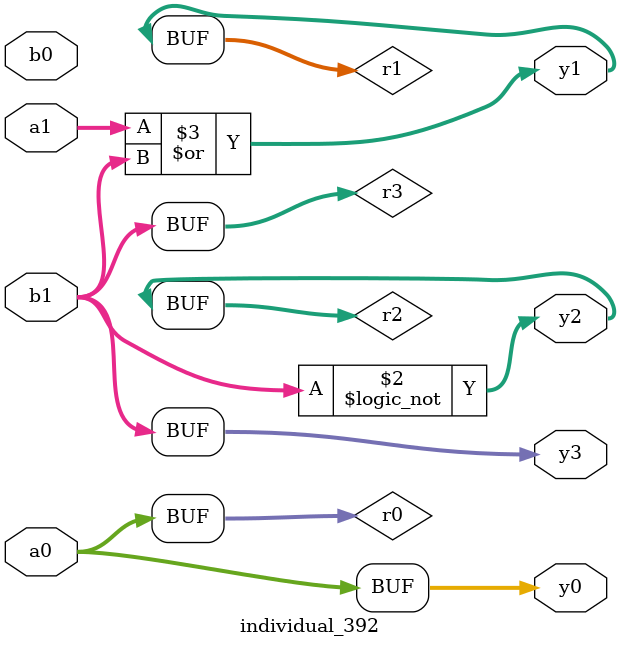
<source format=sv>
module individual_392(input logic [15:0] a1, input logic [15:0] a0, input logic [15:0] b1, input logic [15:0] b0, output logic [15:0] y3, output logic [15:0] y2, output logic [15:0] y1, output logic [15:0] y0);
logic [15:0] r0, r1, r2, r3; 
 always@(*) begin 
	 r0 = a0; r1 = a1; r2 = b0; r3 = b1; 
 	 r2 = ! r3 ;
 	 r1  |=  r3 ;
 	 y3 = r3; y2 = r2; y1 = r1; y0 = r0; 
end
endmodule
</source>
